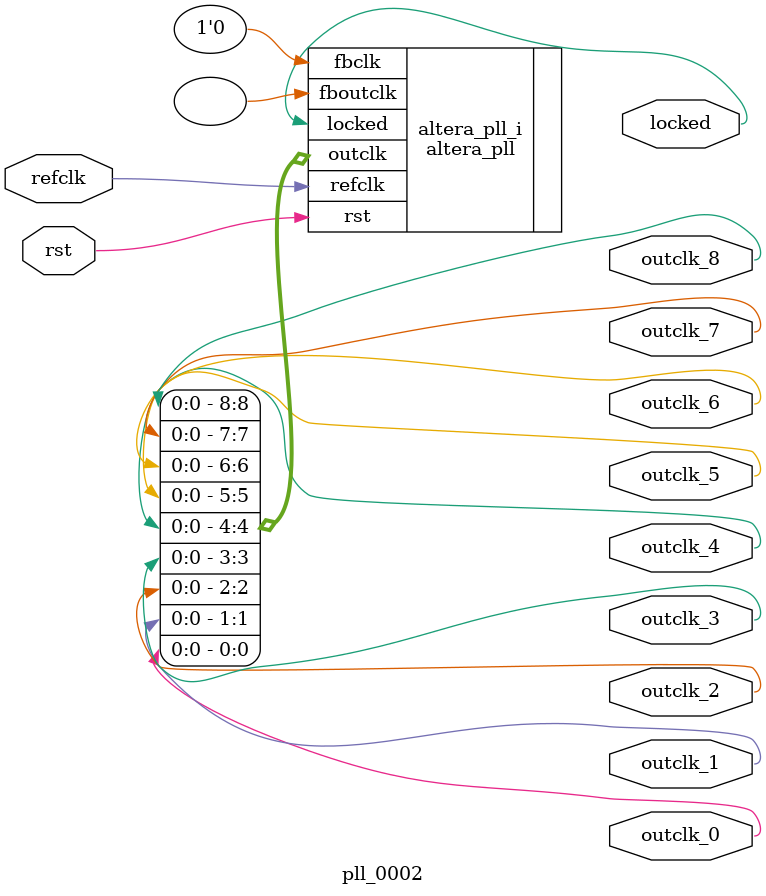
<source format=v>
`timescale 1ns/10ps
module  pll_0002(

	// interface 'refclk'
	input wire refclk,

	// interface 'reset'
	input wire rst,

	// interface 'outclk0'
	output wire outclk_0,

	// interface 'outclk1'
	output wire outclk_1,

	// interface 'outclk2'
	output wire outclk_2,

	// interface 'outclk3'
	output wire outclk_3,

	// interface 'outclk4'
	output wire outclk_4,

	// interface 'outclk5'
	output wire outclk_5,

	// interface 'outclk6'
	output wire outclk_6,

	// interface 'outclk7'
	output wire outclk_7,

	// interface 'outclk8'
	output wire outclk_8,

	// interface 'locked'
	output wire locked
);

	altera_pll #(
		.fractional_vco_multiplier("false"),
		.reference_clock_frequency("50.0 MHz"),
		.operation_mode("direct"),
		.number_of_clocks(9),
		.output_clock_frequency0("2.500000 MHz"),
		.phase_shift0("0 ps"),
		.duty_cycle0(50),
		.output_clock_frequency1("5.000000 MHz"),
		.phase_shift1("0 ps"),
		.duty_cycle1(50),
		.output_clock_frequency2("7.000000 MHz"),
		.phase_shift2("0 ps"),
		.duty_cycle2(50),
		.output_clock_frequency3("10.000000 MHz"),
		.phase_shift3("0 ps"),
		.duty_cycle3(50),
		.output_clock_frequency4("17.000000 MHz"),
		.phase_shift4("0 ps"),
		.duty_cycle4(50),
		.output_clock_frequency5("24.791666 MHz"),
		.phase_shift5("0 ps"),
		.duty_cycle5(50),
		.output_clock_frequency6("34.000000 MHz"),
		.phase_shift6("0 ps"),
		.duty_cycle6(50),
		.output_clock_frequency7("49.583333 MHz"),
		.phase_shift7("0 ps"),
		.duty_cycle7(50),
		.output_clock_frequency8("99.166666 MHz"),
		.phase_shift8("0 ps"),
		.duty_cycle8(50),
		.output_clock_frequency9("0 MHz"),
		.phase_shift9("0 ps"),
		.duty_cycle9(50),
		.output_clock_frequency10("0 MHz"),
		.phase_shift10("0 ps"),
		.duty_cycle10(50),
		.output_clock_frequency11("0 MHz"),
		.phase_shift11("0 ps"),
		.duty_cycle11(50),
		.output_clock_frequency12("0 MHz"),
		.phase_shift12("0 ps"),
		.duty_cycle12(50),
		.output_clock_frequency13("0 MHz"),
		.phase_shift13("0 ps"),
		.duty_cycle13(50),
		.output_clock_frequency14("0 MHz"),
		.phase_shift14("0 ps"),
		.duty_cycle14(50),
		.output_clock_frequency15("0 MHz"),
		.phase_shift15("0 ps"),
		.duty_cycle15(50),
		.output_clock_frequency16("0 MHz"),
		.phase_shift16("0 ps"),
		.duty_cycle16(50),
		.output_clock_frequency17("0 MHz"),
		.phase_shift17("0 ps"),
		.duty_cycle17(50),
		.pll_type("General"),
		.pll_subtype("General")
	) altera_pll_i (
		.rst	(rst),
		.outclk	({outclk_8, outclk_7, outclk_6, outclk_5, outclk_4, outclk_3, outclk_2, outclk_1, outclk_0}),
		.locked	(locked),
		.fboutclk	( ),
		.fbclk	(1'b0),
		.refclk	(refclk)
	);
endmodule


</source>
